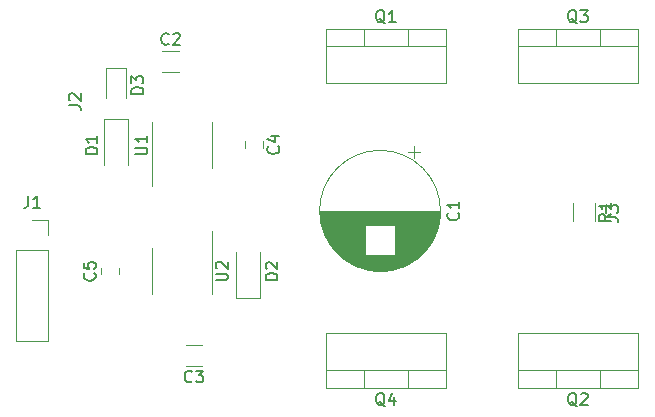
<source format=gbr>
%TF.GenerationSoftware,KiCad,Pcbnew,(5.1.7)-1*%
%TF.CreationDate,2020-11-11T23:56:32-08:00*%
%TF.ProjectId,H-Bridge,482d4272-6964-4676-952e-6b696361645f,rev?*%
%TF.SameCoordinates,PXac78580PY6fe96a0*%
%TF.FileFunction,Legend,Top*%
%TF.FilePolarity,Positive*%
%FSLAX46Y46*%
G04 Gerber Fmt 4.6, Leading zero omitted, Abs format (unit mm)*
G04 Created by KiCad (PCBNEW (5.1.7)-1) date 2020-11-11 23:56:32*
%MOMM*%
%LPD*%
G01*
G04 APERTURE LIST*
%ADD10C,0.120000*%
%ADD11C,0.150000*%
G04 APERTURE END LIST*
D10*
%TO.C,J1*%
X1210000Y19050000D02*
X3870000Y19050000D01*
X1210000Y19050000D02*
X1210000Y11370000D01*
X1210000Y11370000D02*
X3870000Y11370000D01*
X3870000Y19050000D02*
X3870000Y11370000D01*
X3870000Y21650000D02*
X3870000Y20320000D01*
X2540000Y21650000D02*
X3870000Y21650000D01*
%TO.C,D2*%
X19828000Y15022000D02*
X21828000Y15022000D01*
X21828000Y15022000D02*
X21828000Y18922000D01*
X19828000Y15022000D02*
X19828000Y18922000D01*
%TO.C,D1*%
X10652000Y30190000D02*
X8652000Y30190000D01*
X8652000Y30190000D02*
X8652000Y26290000D01*
X10652000Y30190000D02*
X10652000Y26290000D01*
%TO.C,U2*%
X17800000Y17272000D02*
X17800000Y20722000D01*
X17800000Y17272000D02*
X17800000Y15322000D01*
X12680000Y17272000D02*
X12680000Y19222000D01*
X12680000Y17272000D02*
X12680000Y15322000D01*
%TO.C,U1*%
X12680000Y27940000D02*
X12680000Y24490000D01*
X12680000Y27940000D02*
X12680000Y29890000D01*
X17800000Y27940000D02*
X17800000Y25990000D01*
X17800000Y27940000D02*
X17800000Y29890000D01*
%TO.C,R1*%
X48366000Y23017564D02*
X48366000Y21563436D01*
X50186000Y23017564D02*
X50186000Y21563436D01*
%TO.C,Q4*%
X30661000Y7398000D02*
X30661000Y8908000D01*
X34362000Y7398000D02*
X34362000Y8908000D01*
X37632000Y8908000D02*
X27392000Y8908000D01*
X27392000Y7398000D02*
X27392000Y12039000D01*
X37632000Y7398000D02*
X37632000Y12039000D01*
X37632000Y12039000D02*
X27392000Y12039000D01*
X37632000Y7398000D02*
X27392000Y7398000D01*
%TO.C,Q3*%
X50619000Y37814000D02*
X50619000Y36304000D01*
X46918000Y37814000D02*
X46918000Y36304000D01*
X43648000Y36304000D02*
X53888000Y36304000D01*
X53888000Y37814000D02*
X53888000Y33173000D01*
X43648000Y37814000D02*
X43648000Y33173000D01*
X43648000Y33173000D02*
X53888000Y33173000D01*
X43648000Y37814000D02*
X53888000Y37814000D01*
%TO.C,Q2*%
X46917000Y7398000D02*
X46917000Y8908000D01*
X50618000Y7398000D02*
X50618000Y8908000D01*
X53888000Y8908000D02*
X43648000Y8908000D01*
X43648000Y7398000D02*
X43648000Y12039000D01*
X53888000Y7398000D02*
X53888000Y12039000D01*
X53888000Y12039000D02*
X43648000Y12039000D01*
X53888000Y7398000D02*
X43648000Y7398000D01*
%TO.C,Q1*%
X34363000Y37814000D02*
X34363000Y36304000D01*
X30662000Y37814000D02*
X30662000Y36304000D01*
X27392000Y36304000D02*
X37632000Y36304000D01*
X37632000Y37814000D02*
X37632000Y33173000D01*
X27392000Y37814000D02*
X27392000Y33173000D01*
X27392000Y33173000D02*
X37632000Y33173000D01*
X27392000Y37814000D02*
X37632000Y37814000D01*
%TO.C,D3*%
X10502000Y34520000D02*
X10502000Y31970000D01*
X8802000Y34520000D02*
X8802000Y31970000D01*
X10502000Y34520000D02*
X8802000Y34520000D01*
%TO.C,C5*%
X9879000Y17010748D02*
X9879000Y17533252D01*
X8409000Y17010748D02*
X8409000Y17533252D01*
%TO.C,C4*%
X20601000Y28267252D02*
X20601000Y27744748D01*
X22071000Y28267252D02*
X22071000Y27744748D01*
%TO.C,C3*%
X16967252Y9250000D02*
X15544748Y9250000D01*
X16967252Y11070000D02*
X15544748Y11070000D01*
%TO.C,C2*%
X13561748Y34142000D02*
X14984252Y34142000D01*
X13561748Y35962000D02*
X14984252Y35962000D01*
%TO.C,C1*%
X35379000Y27371646D02*
X34379000Y27371646D01*
X34879000Y27871646D02*
X34879000Y26871646D01*
X32603000Y17311000D02*
X31405000Y17311000D01*
X32866000Y17351000D02*
X31142000Y17351000D01*
X33066000Y17391000D02*
X30942000Y17391000D01*
X33234000Y17431000D02*
X30774000Y17431000D01*
X33382000Y17471000D02*
X30626000Y17471000D01*
X33514000Y17511000D02*
X30494000Y17511000D01*
X33634000Y17551000D02*
X30374000Y17551000D01*
X33746000Y17591000D02*
X30262000Y17591000D01*
X33850000Y17631000D02*
X30158000Y17631000D01*
X33948000Y17671000D02*
X30060000Y17671000D01*
X34041000Y17711000D02*
X29967000Y17711000D01*
X34129000Y17751000D02*
X29879000Y17751000D01*
X34213000Y17791000D02*
X29795000Y17791000D01*
X34293000Y17831000D02*
X29715000Y17831000D01*
X34369000Y17871000D02*
X29639000Y17871000D01*
X34443000Y17911000D02*
X29565000Y17911000D01*
X34514000Y17951000D02*
X29494000Y17951000D01*
X34583000Y17991000D02*
X29425000Y17991000D01*
X34649000Y18031000D02*
X29359000Y18031000D01*
X34713000Y18071000D02*
X29295000Y18071000D01*
X34774000Y18111000D02*
X29234000Y18111000D01*
X34834000Y18151000D02*
X29174000Y18151000D01*
X34893000Y18191000D02*
X29115000Y18191000D01*
X34949000Y18231000D02*
X29059000Y18231000D01*
X35004000Y18271000D02*
X29004000Y18271000D01*
X35058000Y18311000D02*
X28950000Y18311000D01*
X35110000Y18351000D02*
X28898000Y18351000D01*
X35160000Y18391000D02*
X28848000Y18391000D01*
X35210000Y18431000D02*
X28798000Y18431000D01*
X35258000Y18471000D02*
X28750000Y18471000D01*
X35305000Y18511000D02*
X28703000Y18511000D01*
X35351000Y18551000D02*
X28657000Y18551000D01*
X35396000Y18591000D02*
X28612000Y18591000D01*
X35440000Y18631000D02*
X28568000Y18631000D01*
X30763000Y18671000D02*
X28526000Y18671000D01*
X35482000Y18671000D02*
X33245000Y18671000D01*
X30763000Y18711000D02*
X28484000Y18711000D01*
X35524000Y18711000D02*
X33245000Y18711000D01*
X30763000Y18751000D02*
X28443000Y18751000D01*
X35565000Y18751000D02*
X33245000Y18751000D01*
X30763000Y18791000D02*
X28403000Y18791000D01*
X35605000Y18791000D02*
X33245000Y18791000D01*
X30763000Y18831000D02*
X28364000Y18831000D01*
X35644000Y18831000D02*
X33245000Y18831000D01*
X30763000Y18871000D02*
X28325000Y18871000D01*
X35683000Y18871000D02*
X33245000Y18871000D01*
X30763000Y18911000D02*
X28288000Y18911000D01*
X35720000Y18911000D02*
X33245000Y18911000D01*
X30763000Y18951000D02*
X28251000Y18951000D01*
X35757000Y18951000D02*
X33245000Y18951000D01*
X30763000Y18991000D02*
X28215000Y18991000D01*
X35793000Y18991000D02*
X33245000Y18991000D01*
X30763000Y19031000D02*
X28180000Y19031000D01*
X35828000Y19031000D02*
X33245000Y19031000D01*
X30763000Y19071000D02*
X28146000Y19071000D01*
X35862000Y19071000D02*
X33245000Y19071000D01*
X30763000Y19111000D02*
X28112000Y19111000D01*
X35896000Y19111000D02*
X33245000Y19111000D01*
X30763000Y19151000D02*
X28079000Y19151000D01*
X35929000Y19151000D02*
X33245000Y19151000D01*
X30763000Y19191000D02*
X28047000Y19191000D01*
X35961000Y19191000D02*
X33245000Y19191000D01*
X30763000Y19231000D02*
X28015000Y19231000D01*
X35993000Y19231000D02*
X33245000Y19231000D01*
X30763000Y19271000D02*
X27984000Y19271000D01*
X36024000Y19271000D02*
X33245000Y19271000D01*
X30763000Y19311000D02*
X27954000Y19311000D01*
X36054000Y19311000D02*
X33245000Y19311000D01*
X30763000Y19351000D02*
X27924000Y19351000D01*
X36084000Y19351000D02*
X33245000Y19351000D01*
X30763000Y19391000D02*
X27894000Y19391000D01*
X36114000Y19391000D02*
X33245000Y19391000D01*
X30763000Y19431000D02*
X27866000Y19431000D01*
X36142000Y19431000D02*
X33245000Y19431000D01*
X30763000Y19471000D02*
X27838000Y19471000D01*
X36170000Y19471000D02*
X33245000Y19471000D01*
X30763000Y19511000D02*
X27810000Y19511000D01*
X36198000Y19511000D02*
X33245000Y19511000D01*
X30763000Y19551000D02*
X27783000Y19551000D01*
X36225000Y19551000D02*
X33245000Y19551000D01*
X30763000Y19591000D02*
X27757000Y19591000D01*
X36251000Y19591000D02*
X33245000Y19591000D01*
X30763000Y19631000D02*
X27731000Y19631000D01*
X36277000Y19631000D02*
X33245000Y19631000D01*
X30763000Y19671000D02*
X27706000Y19671000D01*
X36302000Y19671000D02*
X33245000Y19671000D01*
X30763000Y19711000D02*
X27681000Y19711000D01*
X36327000Y19711000D02*
X33245000Y19711000D01*
X30763000Y19751000D02*
X27657000Y19751000D01*
X36351000Y19751000D02*
X33245000Y19751000D01*
X30763000Y19791000D02*
X27633000Y19791000D01*
X36375000Y19791000D02*
X33245000Y19791000D01*
X30763000Y19831000D02*
X27609000Y19831000D01*
X36399000Y19831000D02*
X33245000Y19831000D01*
X30763000Y19871000D02*
X27587000Y19871000D01*
X36421000Y19871000D02*
X33245000Y19871000D01*
X30763000Y19911000D02*
X27564000Y19911000D01*
X36444000Y19911000D02*
X33245000Y19911000D01*
X30763000Y19951000D02*
X27542000Y19951000D01*
X36466000Y19951000D02*
X33245000Y19951000D01*
X30763000Y19991000D02*
X27521000Y19991000D01*
X36487000Y19991000D02*
X33245000Y19991000D01*
X30763000Y20031000D02*
X27500000Y20031000D01*
X36508000Y20031000D02*
X33245000Y20031000D01*
X30763000Y20071000D02*
X27479000Y20071000D01*
X36529000Y20071000D02*
X33245000Y20071000D01*
X30763000Y20111000D02*
X27459000Y20111000D01*
X36549000Y20111000D02*
X33245000Y20111000D01*
X30763000Y20151000D02*
X27440000Y20151000D01*
X36568000Y20151000D02*
X33245000Y20151000D01*
X30763000Y20191000D02*
X27420000Y20191000D01*
X36588000Y20191000D02*
X33245000Y20191000D01*
X30763000Y20231000D02*
X27401000Y20231000D01*
X36607000Y20231000D02*
X33245000Y20231000D01*
X30763000Y20271000D02*
X27383000Y20271000D01*
X36625000Y20271000D02*
X33245000Y20271000D01*
X30763000Y20311000D02*
X27365000Y20311000D01*
X36643000Y20311000D02*
X33245000Y20311000D01*
X30763000Y20351000D02*
X27347000Y20351000D01*
X36661000Y20351000D02*
X33245000Y20351000D01*
X30763000Y20391000D02*
X27330000Y20391000D01*
X36678000Y20391000D02*
X33245000Y20391000D01*
X30763000Y20431000D02*
X27314000Y20431000D01*
X36694000Y20431000D02*
X33245000Y20431000D01*
X30763000Y20471000D02*
X27297000Y20471000D01*
X36711000Y20471000D02*
X33245000Y20471000D01*
X30763000Y20511000D02*
X27281000Y20511000D01*
X36727000Y20511000D02*
X33245000Y20511000D01*
X30763000Y20551000D02*
X27266000Y20551000D01*
X36742000Y20551000D02*
X33245000Y20551000D01*
X30763000Y20591000D02*
X27250000Y20591000D01*
X36758000Y20591000D02*
X33245000Y20591000D01*
X30763000Y20631000D02*
X27236000Y20631000D01*
X36772000Y20631000D02*
X33245000Y20631000D01*
X30763000Y20671000D02*
X27221000Y20671000D01*
X36787000Y20671000D02*
X33245000Y20671000D01*
X30763000Y20711000D02*
X27207000Y20711000D01*
X36801000Y20711000D02*
X33245000Y20711000D01*
X30763000Y20751000D02*
X27193000Y20751000D01*
X36815000Y20751000D02*
X33245000Y20751000D01*
X30763000Y20791000D02*
X27180000Y20791000D01*
X36828000Y20791000D02*
X33245000Y20791000D01*
X30763000Y20831000D02*
X27167000Y20831000D01*
X36841000Y20831000D02*
X33245000Y20831000D01*
X30763000Y20871000D02*
X27154000Y20871000D01*
X36854000Y20871000D02*
X33245000Y20871000D01*
X30763000Y20911000D02*
X27142000Y20911000D01*
X36866000Y20911000D02*
X33245000Y20911000D01*
X30763000Y20951000D02*
X27130000Y20951000D01*
X36878000Y20951000D02*
X33245000Y20951000D01*
X30763000Y20991000D02*
X27119000Y20991000D01*
X36889000Y20991000D02*
X33245000Y20991000D01*
X30763000Y21031000D02*
X27107000Y21031000D01*
X36901000Y21031000D02*
X33245000Y21031000D01*
X30763000Y21071000D02*
X27097000Y21071000D01*
X36911000Y21071000D02*
X33245000Y21071000D01*
X30763000Y21111000D02*
X27086000Y21111000D01*
X36922000Y21111000D02*
X33245000Y21111000D01*
X36932000Y21151000D02*
X27076000Y21151000D01*
X36942000Y21191000D02*
X27066000Y21191000D01*
X36951000Y21231000D02*
X27057000Y21231000D01*
X36960000Y21271000D02*
X27048000Y21271000D01*
X36969000Y21311000D02*
X27039000Y21311000D01*
X36978000Y21351000D02*
X27030000Y21351000D01*
X36986000Y21391000D02*
X27022000Y21391000D01*
X36994000Y21431000D02*
X27014000Y21431000D01*
X37001000Y21471000D02*
X27007000Y21471000D01*
X37008000Y21511000D02*
X27000000Y21511000D01*
X37015000Y21551000D02*
X26993000Y21551000D01*
X37022000Y21591000D02*
X26986000Y21591000D01*
X37028000Y21631000D02*
X26980000Y21631000D01*
X37034000Y21671000D02*
X26974000Y21671000D01*
X37039000Y21712000D02*
X26969000Y21712000D01*
X37044000Y21752000D02*
X26964000Y21752000D01*
X37049000Y21792000D02*
X26959000Y21792000D01*
X37054000Y21832000D02*
X26954000Y21832000D01*
X37058000Y21872000D02*
X26950000Y21872000D01*
X37062000Y21912000D02*
X26946000Y21912000D01*
X37066000Y21952000D02*
X26942000Y21952000D01*
X37069000Y21992000D02*
X26939000Y21992000D01*
X37072000Y22032000D02*
X26936000Y22032000D01*
X37074000Y22072000D02*
X26934000Y22072000D01*
X37077000Y22112000D02*
X26931000Y22112000D01*
X37079000Y22152000D02*
X26929000Y22152000D01*
X37081000Y22192000D02*
X26927000Y22192000D01*
X37082000Y22232000D02*
X26926000Y22232000D01*
X37083000Y22272000D02*
X26925000Y22272000D01*
X37084000Y22312000D02*
X26924000Y22312000D01*
X37084000Y22352000D02*
X26924000Y22352000D01*
X37084000Y22392000D02*
X26924000Y22392000D01*
X37124000Y22392000D02*
G75*
G03*
X37124000Y22392000I-5120000J0D01*
G01*
%TO.C,J1*%
D11*
X2206666Y23637620D02*
X2206666Y22923334D01*
X2159047Y22780477D01*
X2063809Y22685239D01*
X1920952Y22637620D01*
X1825714Y22637620D01*
X3206666Y22637620D02*
X2635238Y22637620D01*
X2920952Y22637620D02*
X2920952Y23637620D01*
X2825714Y23494762D01*
X2730476Y23399524D01*
X2635238Y23351905D01*
%TO.C,D2*%
X23312380Y16533905D02*
X22312380Y16533905D01*
X22312380Y16772000D01*
X22360000Y16914858D01*
X22455238Y17010096D01*
X22550476Y17057715D01*
X22740952Y17105334D01*
X22883809Y17105334D01*
X23074285Y17057715D01*
X23169523Y17010096D01*
X23264761Y16914858D01*
X23312380Y16772000D01*
X23312380Y16533905D01*
X22407619Y17486286D02*
X22360000Y17533905D01*
X22312380Y17629143D01*
X22312380Y17867239D01*
X22360000Y17962477D01*
X22407619Y18010096D01*
X22502857Y18057715D01*
X22598095Y18057715D01*
X22740952Y18010096D01*
X23312380Y17438667D01*
X23312380Y18057715D01*
%TO.C,D1*%
X8072380Y27201905D02*
X7072380Y27201905D01*
X7072380Y27440000D01*
X7120000Y27582858D01*
X7215238Y27678096D01*
X7310476Y27725715D01*
X7500952Y27773334D01*
X7643809Y27773334D01*
X7834285Y27725715D01*
X7929523Y27678096D01*
X8024761Y27582858D01*
X8072380Y27440000D01*
X8072380Y27201905D01*
X8072380Y28725715D02*
X8072380Y28154286D01*
X8072380Y28440000D02*
X7072380Y28440000D01*
X7215238Y28344762D01*
X7310476Y28249524D01*
X7358095Y28154286D01*
%TO.C,U2*%
X18092380Y16510096D02*
X18901904Y16510096D01*
X18997142Y16557715D01*
X19044761Y16605334D01*
X19092380Y16700572D01*
X19092380Y16891048D01*
X19044761Y16986286D01*
X18997142Y17033905D01*
X18901904Y17081524D01*
X18092380Y17081524D01*
X18187619Y17510096D02*
X18140000Y17557715D01*
X18092380Y17652953D01*
X18092380Y17891048D01*
X18140000Y17986286D01*
X18187619Y18033905D01*
X18282857Y18081524D01*
X18378095Y18081524D01*
X18520952Y18033905D01*
X19092380Y17462477D01*
X19092380Y18081524D01*
%TO.C,U1*%
X11292380Y27178096D02*
X12101904Y27178096D01*
X12197142Y27225715D01*
X12244761Y27273334D01*
X12292380Y27368572D01*
X12292380Y27559048D01*
X12244761Y27654286D01*
X12197142Y27701905D01*
X12101904Y27749524D01*
X11292380Y27749524D01*
X12292380Y28749524D02*
X12292380Y28178096D01*
X12292380Y28463810D02*
X11292380Y28463810D01*
X11435238Y28368572D01*
X11530476Y28273334D01*
X11578095Y28178096D01*
%TO.C,R1*%
X51548380Y22123834D02*
X51072190Y21790500D01*
X51548380Y21552405D02*
X50548380Y21552405D01*
X50548380Y21933358D01*
X50596000Y22028596D01*
X50643619Y22076215D01*
X50738857Y22123834D01*
X50881714Y22123834D01*
X50976952Y22076215D01*
X51024571Y22028596D01*
X51072190Y21933358D01*
X51072190Y21552405D01*
X51548380Y23076215D02*
X51548380Y22504786D01*
X51548380Y22790500D02*
X50548380Y22790500D01*
X50691238Y22695262D01*
X50786476Y22600024D01*
X50834095Y22504786D01*
%TO.C,Q4*%
X32416761Y5850381D02*
X32321523Y5898000D01*
X32226285Y5993239D01*
X32083428Y6136096D01*
X31988190Y6183715D01*
X31892952Y6183715D01*
X31940571Y5945620D02*
X31845333Y5993239D01*
X31750095Y6088477D01*
X31702476Y6278953D01*
X31702476Y6612286D01*
X31750095Y6802762D01*
X31845333Y6898000D01*
X31940571Y6945620D01*
X32131047Y6945620D01*
X32226285Y6898000D01*
X32321523Y6802762D01*
X32369142Y6612286D01*
X32369142Y6278953D01*
X32321523Y6088477D01*
X32226285Y5993239D01*
X32131047Y5945620D01*
X31940571Y5945620D01*
X33226285Y6612286D02*
X33226285Y5945620D01*
X32988190Y6993239D02*
X32750095Y6278953D01*
X33369142Y6278953D01*
%TO.C,Q3*%
X48672761Y38266381D02*
X48577523Y38314000D01*
X48482285Y38409239D01*
X48339428Y38552096D01*
X48244190Y38599715D01*
X48148952Y38599715D01*
X48196571Y38361620D02*
X48101333Y38409239D01*
X48006095Y38504477D01*
X47958476Y38694953D01*
X47958476Y39028286D01*
X48006095Y39218762D01*
X48101333Y39314000D01*
X48196571Y39361620D01*
X48387047Y39361620D01*
X48482285Y39314000D01*
X48577523Y39218762D01*
X48625142Y39028286D01*
X48625142Y38694953D01*
X48577523Y38504477D01*
X48482285Y38409239D01*
X48387047Y38361620D01*
X48196571Y38361620D01*
X48958476Y39361620D02*
X49577523Y39361620D01*
X49244190Y38980667D01*
X49387047Y38980667D01*
X49482285Y38933048D01*
X49529904Y38885429D01*
X49577523Y38790191D01*
X49577523Y38552096D01*
X49529904Y38456858D01*
X49482285Y38409239D01*
X49387047Y38361620D01*
X49101333Y38361620D01*
X49006095Y38409239D01*
X48958476Y38456858D01*
%TO.C,Q2*%
X48672761Y5850381D02*
X48577523Y5898000D01*
X48482285Y5993239D01*
X48339428Y6136096D01*
X48244190Y6183715D01*
X48148952Y6183715D01*
X48196571Y5945620D02*
X48101333Y5993239D01*
X48006095Y6088477D01*
X47958476Y6278953D01*
X47958476Y6612286D01*
X48006095Y6802762D01*
X48101333Y6898000D01*
X48196571Y6945620D01*
X48387047Y6945620D01*
X48482285Y6898000D01*
X48577523Y6802762D01*
X48625142Y6612286D01*
X48625142Y6278953D01*
X48577523Y6088477D01*
X48482285Y5993239D01*
X48387047Y5945620D01*
X48196571Y5945620D01*
X49006095Y6850381D02*
X49053714Y6898000D01*
X49148952Y6945620D01*
X49387047Y6945620D01*
X49482285Y6898000D01*
X49529904Y6850381D01*
X49577523Y6755143D01*
X49577523Y6659905D01*
X49529904Y6517048D01*
X48958476Y5945620D01*
X49577523Y5945620D01*
%TO.C,Q1*%
X32416761Y38266381D02*
X32321523Y38314000D01*
X32226285Y38409239D01*
X32083428Y38552096D01*
X31988190Y38599715D01*
X31892952Y38599715D01*
X31940571Y38361620D02*
X31845333Y38409239D01*
X31750095Y38504477D01*
X31702476Y38694953D01*
X31702476Y39028286D01*
X31750095Y39218762D01*
X31845333Y39314000D01*
X31940571Y39361620D01*
X32131047Y39361620D01*
X32226285Y39314000D01*
X32321523Y39218762D01*
X32369142Y39028286D01*
X32369142Y38694953D01*
X32321523Y38504477D01*
X32226285Y38409239D01*
X32131047Y38361620D01*
X31940571Y38361620D01*
X33321523Y38361620D02*
X32750095Y38361620D01*
X33035809Y38361620D02*
X33035809Y39361620D01*
X32940571Y39218762D01*
X32845333Y39123524D01*
X32750095Y39075905D01*
%TO.C,J3*%
X51166380Y21854667D02*
X51880666Y21854667D01*
X52023523Y21807048D01*
X52118761Y21711810D01*
X52166380Y21568953D01*
X52166380Y21473715D01*
X51166380Y22235620D02*
X51166380Y22854667D01*
X51547333Y22521334D01*
X51547333Y22664191D01*
X51594952Y22759429D01*
X51642571Y22807048D01*
X51737809Y22854667D01*
X51975904Y22854667D01*
X52071142Y22807048D01*
X52118761Y22759429D01*
X52166380Y22664191D01*
X52166380Y22378477D01*
X52118761Y22283239D01*
X52071142Y22235620D01*
%TO.C,J2*%
X5650380Y31326667D02*
X6364666Y31326667D01*
X6507523Y31279048D01*
X6602761Y31183810D01*
X6650380Y31040953D01*
X6650380Y30945715D01*
X5745619Y31755239D02*
X5698000Y31802858D01*
X5650380Y31898096D01*
X5650380Y32136191D01*
X5698000Y32231429D01*
X5745619Y32279048D01*
X5840857Y32326667D01*
X5936095Y32326667D01*
X6078952Y32279048D01*
X6650380Y31707620D01*
X6650380Y32326667D01*
%TO.C,D3*%
X11954380Y32281905D02*
X10954380Y32281905D01*
X10954380Y32520000D01*
X11002000Y32662858D01*
X11097238Y32758096D01*
X11192476Y32805715D01*
X11382952Y32853334D01*
X11525809Y32853334D01*
X11716285Y32805715D01*
X11811523Y32758096D01*
X11906761Y32662858D01*
X11954380Y32520000D01*
X11954380Y32281905D01*
X10954380Y33186667D02*
X10954380Y33805715D01*
X11335333Y33472381D01*
X11335333Y33615239D01*
X11382952Y33710477D01*
X11430571Y33758096D01*
X11525809Y33805715D01*
X11763904Y33805715D01*
X11859142Y33758096D01*
X11906761Y33710477D01*
X11954380Y33615239D01*
X11954380Y33329524D01*
X11906761Y33234286D01*
X11859142Y33186667D01*
%TO.C,C5*%
X7821142Y17105334D02*
X7868761Y17057715D01*
X7916380Y16914858D01*
X7916380Y16819620D01*
X7868761Y16676762D01*
X7773523Y16581524D01*
X7678285Y16533905D01*
X7487809Y16486286D01*
X7344952Y16486286D01*
X7154476Y16533905D01*
X7059238Y16581524D01*
X6964000Y16676762D01*
X6916380Y16819620D01*
X6916380Y16914858D01*
X6964000Y17057715D01*
X7011619Y17105334D01*
X6916380Y18010096D02*
X6916380Y17533905D01*
X7392571Y17486286D01*
X7344952Y17533905D01*
X7297333Y17629143D01*
X7297333Y17867239D01*
X7344952Y17962477D01*
X7392571Y18010096D01*
X7487809Y18057715D01*
X7725904Y18057715D01*
X7821142Y18010096D01*
X7868761Y17962477D01*
X7916380Y17867239D01*
X7916380Y17629143D01*
X7868761Y17533905D01*
X7821142Y17486286D01*
%TO.C,C4*%
X23373142Y27839334D02*
X23420761Y27791715D01*
X23468380Y27648858D01*
X23468380Y27553620D01*
X23420761Y27410762D01*
X23325523Y27315524D01*
X23230285Y27267905D01*
X23039809Y27220286D01*
X22896952Y27220286D01*
X22706476Y27267905D01*
X22611238Y27315524D01*
X22516000Y27410762D01*
X22468380Y27553620D01*
X22468380Y27648858D01*
X22516000Y27791715D01*
X22563619Y27839334D01*
X22801714Y28696477D02*
X23468380Y28696477D01*
X22420761Y28458381D02*
X23135047Y28220286D01*
X23135047Y28839334D01*
%TO.C,C3*%
X16089333Y7952858D02*
X16041714Y7905239D01*
X15898857Y7857620D01*
X15803619Y7857620D01*
X15660761Y7905239D01*
X15565523Y8000477D01*
X15517904Y8095715D01*
X15470285Y8286191D01*
X15470285Y8429048D01*
X15517904Y8619524D01*
X15565523Y8714762D01*
X15660761Y8810000D01*
X15803619Y8857620D01*
X15898857Y8857620D01*
X16041714Y8810000D01*
X16089333Y8762381D01*
X16422666Y8857620D02*
X17041714Y8857620D01*
X16708380Y8476667D01*
X16851238Y8476667D01*
X16946476Y8429048D01*
X16994095Y8381429D01*
X17041714Y8286191D01*
X17041714Y8048096D01*
X16994095Y7952858D01*
X16946476Y7905239D01*
X16851238Y7857620D01*
X16565523Y7857620D01*
X16470285Y7905239D01*
X16422666Y7952858D01*
%TO.C,C2*%
X14106333Y36544858D02*
X14058714Y36497239D01*
X13915857Y36449620D01*
X13820619Y36449620D01*
X13677761Y36497239D01*
X13582523Y36592477D01*
X13534904Y36687715D01*
X13487285Y36878191D01*
X13487285Y37021048D01*
X13534904Y37211524D01*
X13582523Y37306762D01*
X13677761Y37402000D01*
X13820619Y37449620D01*
X13915857Y37449620D01*
X14058714Y37402000D01*
X14106333Y37354381D01*
X14487285Y37354381D02*
X14534904Y37402000D01*
X14630142Y37449620D01*
X14868238Y37449620D01*
X14963476Y37402000D01*
X15011095Y37354381D01*
X15058714Y37259143D01*
X15058714Y37163905D01*
X15011095Y37021048D01*
X14439666Y36449620D01*
X15058714Y36449620D01*
%TO.C,C1*%
X38611142Y22225334D02*
X38658761Y22177715D01*
X38706380Y22034858D01*
X38706380Y21939620D01*
X38658761Y21796762D01*
X38563523Y21701524D01*
X38468285Y21653905D01*
X38277809Y21606286D01*
X38134952Y21606286D01*
X37944476Y21653905D01*
X37849238Y21701524D01*
X37754000Y21796762D01*
X37706380Y21939620D01*
X37706380Y22034858D01*
X37754000Y22177715D01*
X37801619Y22225334D01*
X38706380Y23177715D02*
X38706380Y22606286D01*
X38706380Y22892000D02*
X37706380Y22892000D01*
X37849238Y22796762D01*
X37944476Y22701524D01*
X37992095Y22606286D01*
%TD*%
M02*

</source>
